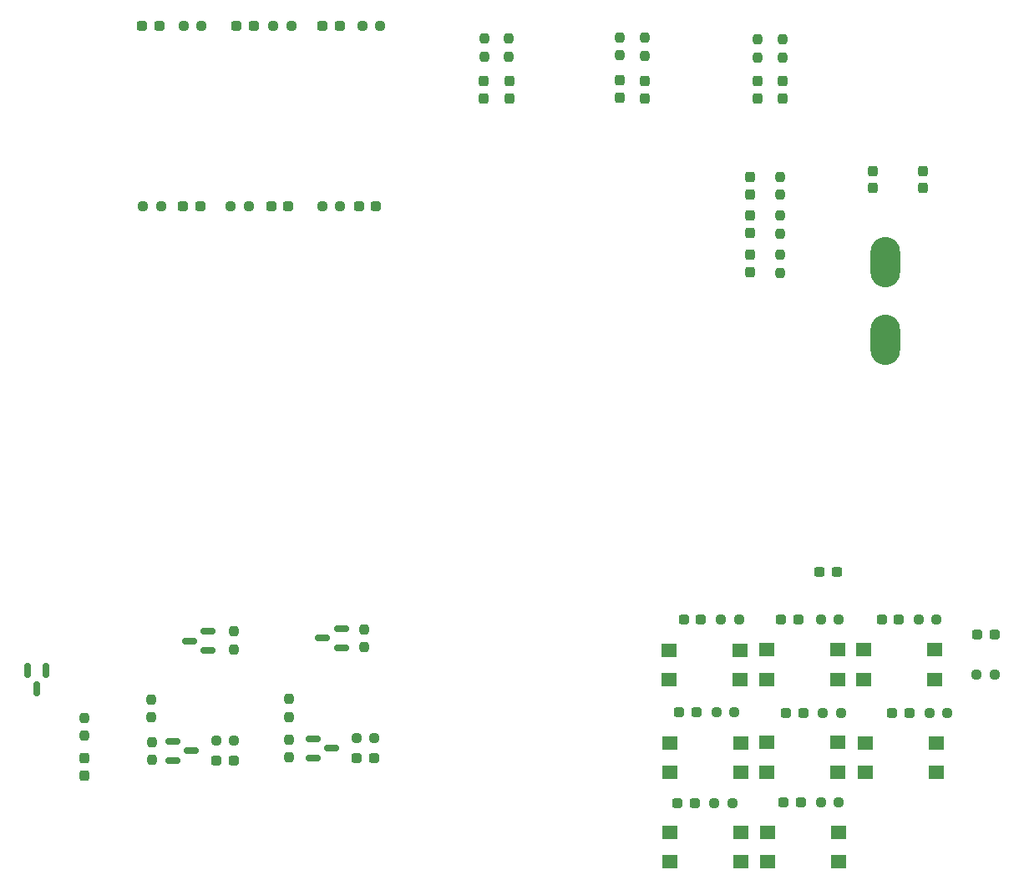
<source format=gbr>
%TF.GenerationSoftware,KiCad,Pcbnew,7.0.7*%
%TF.CreationDate,2023-11-08T18:52:27-06:00*%
%TF.ProjectId,Science_Actuation,53636965-6e63-4655-9f41-637475617469,rev?*%
%TF.SameCoordinates,Original*%
%TF.FileFunction,Paste,Top*%
%TF.FilePolarity,Positive*%
%FSLAX46Y46*%
G04 Gerber Fmt 4.6, Leading zero omitted, Abs format (unit mm)*
G04 Created by KiCad (PCBNEW 7.0.7) date 2023-11-08 18:52:27*
%MOMM*%
%LPD*%
G01*
G04 APERTURE LIST*
G04 Aperture macros list*
%AMRoundRect*
0 Rectangle with rounded corners*
0 $1 Rounding radius*
0 $2 $3 $4 $5 $6 $7 $8 $9 X,Y pos of 4 corners*
0 Add a 4 corners polygon primitive as box body*
4,1,4,$2,$3,$4,$5,$6,$7,$8,$9,$2,$3,0*
0 Add four circle primitives for the rounded corners*
1,1,$1+$1,$2,$3*
1,1,$1+$1,$4,$5*
1,1,$1+$1,$6,$7*
1,1,$1+$1,$8,$9*
0 Add four rect primitives between the rounded corners*
20,1,$1+$1,$2,$3,$4,$5,0*
20,1,$1+$1,$4,$5,$6,$7,0*
20,1,$1+$1,$6,$7,$8,$9,0*
20,1,$1+$1,$8,$9,$2,$3,0*%
G04 Aperture macros list end*
%ADD10RoundRect,0.237500X-0.237500X0.250000X-0.237500X-0.250000X0.237500X-0.250000X0.237500X0.250000X0*%
%ADD11RoundRect,0.237500X0.237500X-0.287500X0.237500X0.287500X-0.237500X0.287500X-0.237500X-0.287500X0*%
%ADD12RoundRect,0.237500X-0.287500X-0.237500X0.287500X-0.237500X0.287500X0.237500X-0.287500X0.237500X0*%
%ADD13R,1.600000X1.400000*%
%ADD14RoundRect,0.237500X-0.237500X0.300000X-0.237500X-0.300000X0.237500X-0.300000X0.237500X0.300000X0*%
%ADD15RoundRect,0.150000X-0.150000X0.587500X-0.150000X-0.587500X0.150000X-0.587500X0.150000X0.587500X0*%
%ADD16RoundRect,0.237500X-0.250000X-0.237500X0.250000X-0.237500X0.250000X0.237500X-0.250000X0.237500X0*%
%ADD17RoundRect,0.237500X0.250000X0.237500X-0.250000X0.237500X-0.250000X-0.237500X0.250000X-0.237500X0*%
%ADD18O,3.000000X5.100000*%
%ADD19RoundRect,0.237500X0.237500X-0.250000X0.237500X0.250000X-0.237500X0.250000X-0.237500X-0.250000X0*%
%ADD20RoundRect,0.237500X0.287500X0.237500X-0.287500X0.237500X-0.287500X-0.237500X0.287500X-0.237500X0*%
%ADD21RoundRect,0.237500X-0.237500X0.287500X-0.237500X-0.287500X0.237500X-0.287500X0.237500X0.287500X0*%
%ADD22RoundRect,0.150000X-0.587500X-0.150000X0.587500X-0.150000X0.587500X0.150000X-0.587500X0.150000X0*%
%ADD23RoundRect,0.237500X-0.300000X-0.237500X0.300000X-0.237500X0.300000X0.237500X-0.300000X0.237500X0*%
%ADD24RoundRect,0.150000X0.587500X0.150000X-0.587500X0.150000X-0.587500X-0.150000X0.587500X-0.150000X0*%
G04 APERTURE END LIST*
D10*
%TO.C,R32*%
X84727422Y-25861000D03*
X84727422Y-27686000D03*
%TD*%
D11*
%TO.C,D23*%
X96157422Y-31976000D03*
X96157422Y-30226000D03*
%TD*%
D12*
%TO.C,D21*%
X98825422Y-103420656D03*
X100575422Y-103420656D03*
%TD*%
%TO.C,D4*%
X52107500Y-24638000D03*
X53857500Y-24638000D03*
%TD*%
D13*
%TO.C,SW4*%
X87267422Y-97348656D03*
X94467422Y-97348656D03*
X87267422Y-100348656D03*
X94467422Y-100348656D03*
%TD*%
%TO.C,SW3*%
X106947422Y-87902656D03*
X114147422Y-87902656D03*
X106947422Y-90902656D03*
X114147422Y-90902656D03*
%TD*%
D14*
%TO.C,C4*%
X107841422Y-39370000D03*
X107841422Y-41095000D03*
%TD*%
D15*
%TO.C,Q1*%
X23114000Y-91884500D03*
X22164000Y-90009500D03*
X24064000Y-90009500D03*
%TD*%
D12*
%TO.C,D13*%
X118470766Y-86324000D03*
X120220766Y-86324000D03*
%TD*%
D11*
%TO.C,D12*%
X95395422Y-41702000D03*
X95395422Y-39952000D03*
%TD*%
D10*
%TO.C,R34*%
X70981422Y-25908000D03*
X70981422Y-27733000D03*
%TD*%
D16*
%TO.C,R2*%
X37991422Y-24638000D03*
X39816422Y-24638000D03*
%TD*%
D17*
%TO.C,R23*%
X104620700Y-94300656D03*
X102795700Y-94300656D03*
%TD*%
D18*
%TO.C,Conn1*%
X109157800Y-48641000D03*
X109157800Y-56515000D03*
%TD*%
D12*
%TO.C,D3*%
X43344500Y-24638000D03*
X45094500Y-24638000D03*
%TD*%
D11*
%TO.C,D27*%
X68441422Y-31976000D03*
X68441422Y-30226000D03*
%TD*%
%TO.C,D24*%
X98697422Y-31976000D03*
X98697422Y-30226000D03*
%TD*%
D17*
%TO.C,R17*%
X43134922Y-97155000D03*
X41309922Y-97155000D03*
%TD*%
%TO.C,R24*%
X115415700Y-94300656D03*
X113590700Y-94300656D03*
%TD*%
D19*
%TO.C,R13*%
X34831422Y-99083500D03*
X34831422Y-97258500D03*
%TD*%
D17*
%TO.C,R20*%
X102588422Y-84878656D03*
X104413422Y-84878656D03*
%TD*%
D19*
%TO.C,R10*%
X98443422Y-45700000D03*
X98443422Y-43875000D03*
%TD*%
%TO.C,R15*%
X98443422Y-49680500D03*
X98443422Y-47855500D03*
%TD*%
D16*
%TO.C,R16*%
X55533922Y-96901000D03*
X57358922Y-96901000D03*
%TD*%
%TO.C,R3*%
X47107500Y-24638000D03*
X48932500Y-24638000D03*
%TD*%
D13*
%TO.C,SW6*%
X107079422Y-97348656D03*
X114279422Y-97348656D03*
X107079422Y-100348656D03*
X114279422Y-100348656D03*
%TD*%
D14*
%TO.C,C3*%
X112921422Y-39370000D03*
X112921422Y-41095000D03*
%TD*%
D19*
%TO.C,R9*%
X43134922Y-87848250D03*
X43134922Y-86023250D03*
%TD*%
D12*
%TO.C,D18*%
X99060700Y-94300656D03*
X100810700Y-94300656D03*
%TD*%
D16*
%TO.C,R4*%
X56124500Y-24638000D03*
X57949500Y-24638000D03*
%TD*%
D19*
%TO.C,R33*%
X68471422Y-27733000D03*
X68471422Y-25908000D03*
%TD*%
D13*
%TO.C,SW1*%
X94379422Y-90950656D03*
X87179422Y-90950656D03*
X94379422Y-87950656D03*
X87179422Y-87950656D03*
%TD*%
D19*
%TO.C,R31*%
X82187422Y-27629500D03*
X82187422Y-25804500D03*
%TD*%
D17*
%TO.C,R5*%
X53889922Y-42926000D03*
X52064922Y-42926000D03*
%TD*%
D12*
%TO.C,D14*%
X88693422Y-84878656D03*
X90443422Y-84878656D03*
%TD*%
D20*
%TO.C,D7*%
X39722422Y-42926000D03*
X37972422Y-42926000D03*
%TD*%
D13*
%TO.C,SW8*%
X104413422Y-109420656D03*
X97213422Y-109420656D03*
X104413422Y-106420656D03*
X97213422Y-106420656D03*
%TD*%
D20*
%TO.C,D6*%
X48631422Y-42926000D03*
X46881422Y-42926000D03*
%TD*%
D12*
%TO.C,D19*%
X109827700Y-94300656D03*
X111577700Y-94300656D03*
%TD*%
D17*
%TO.C,R22*%
X93849200Y-94234000D03*
X92024200Y-94234000D03*
%TD*%
D13*
%TO.C,SW5*%
X97129422Y-97324656D03*
X104329422Y-97324656D03*
X97129422Y-100324656D03*
X104329422Y-100324656D03*
%TD*%
D11*
%TO.C,D9*%
X95395422Y-49629000D03*
X95395422Y-47879000D03*
%TD*%
D20*
%TO.C,D5*%
X57521422Y-42926000D03*
X55771422Y-42926000D03*
%TD*%
D12*
%TO.C,D15*%
X100321422Y-84878656D03*
X98571422Y-84878656D03*
%TD*%
D17*
%TO.C,R6*%
X44614422Y-42926000D03*
X42789422Y-42926000D03*
%TD*%
D11*
%TO.C,D8*%
X95395422Y-45625000D03*
X95395422Y-43875000D03*
%TD*%
D12*
%TO.C,D2*%
X33796000Y-24638000D03*
X35546000Y-24638000D03*
%TD*%
D17*
%TO.C,R21*%
X112494422Y-84878656D03*
X114319422Y-84878656D03*
%TD*%
D13*
%TO.C,SW7*%
X94507422Y-109420656D03*
X87307422Y-109420656D03*
X94507422Y-106420656D03*
X87307422Y-106420656D03*
%TD*%
D21*
%TO.C,D1*%
X27940000Y-100633500D03*
X27940000Y-98883500D03*
%TD*%
D22*
%TO.C,Q5*%
X36941922Y-97221000D03*
X36941922Y-99121000D03*
X38816922Y-98171000D03*
%TD*%
D11*
%TO.C,D25*%
X82187422Y-31919500D03*
X82187422Y-30169500D03*
%TD*%
%TO.C,D28*%
X71011422Y-31976000D03*
X71011422Y-30226000D03*
%TD*%
D19*
%TO.C,R11*%
X48722922Y-97004500D03*
X48722922Y-98829500D03*
%TD*%
%TO.C,R8*%
X56342922Y-87653500D03*
X56342922Y-85828500D03*
%TD*%
%TO.C,R12*%
X48722922Y-94728000D03*
X48722922Y-92903000D03*
%TD*%
D10*
%TO.C,R30*%
X98697422Y-26011500D03*
X98697422Y-27836500D03*
%TD*%
D12*
%TO.C,D10*%
X55571422Y-98933000D03*
X57321422Y-98933000D03*
%TD*%
D17*
%TO.C,R25*%
X93645422Y-103444656D03*
X91820422Y-103444656D03*
%TD*%
D23*
%TO.C,C2*%
X102464000Y-80020344D03*
X104189000Y-80020344D03*
%TD*%
D19*
%TO.C,R18*%
X98443422Y-41777000D03*
X98443422Y-39952000D03*
%TD*%
D17*
%TO.C,R26*%
X104413422Y-103420656D03*
X102588422Y-103420656D03*
%TD*%
D16*
%TO.C,R28*%
X118395766Y-90388000D03*
X120220766Y-90388000D03*
%TD*%
D12*
%TO.C,D20*%
X88057422Y-103444656D03*
X89807422Y-103444656D03*
%TD*%
D11*
%TO.C,D26*%
X84727422Y-31976000D03*
X84727422Y-30226000D03*
%TD*%
D17*
%TO.C,R7*%
X35705422Y-42926000D03*
X33880422Y-42926000D03*
%TD*%
D19*
%TO.C,R29*%
X96187422Y-27836500D03*
X96187422Y-26011500D03*
%TD*%
D24*
%TO.C,Q3*%
X40501422Y-87964250D03*
X40501422Y-86064250D03*
X38626422Y-87014250D03*
%TD*%
D19*
%TO.C,R1*%
X27940000Y-94819500D03*
X27940000Y-96644500D03*
%TD*%
D12*
%TO.C,D16*%
X110509422Y-84878656D03*
X108759422Y-84878656D03*
%TD*%
%TO.C,D11*%
X41347422Y-99187000D03*
X43097422Y-99187000D03*
%TD*%
D17*
%TO.C,R19*%
X94300422Y-84878656D03*
X92475422Y-84878656D03*
%TD*%
D19*
%TO.C,R14*%
X34752922Y-94765500D03*
X34752922Y-92940500D03*
%TD*%
D22*
%TO.C,Q4*%
X51165922Y-96967000D03*
X51165922Y-98867000D03*
X53040922Y-97917000D03*
%TD*%
D12*
%TO.C,D17*%
X88242200Y-94234000D03*
X89992200Y-94234000D03*
%TD*%
D24*
%TO.C,Q2*%
X53978422Y-87691000D03*
X53978422Y-85791000D03*
X52103422Y-86741000D03*
%TD*%
D13*
%TO.C,SW2*%
X97085422Y-87902656D03*
X104285422Y-87902656D03*
X97085422Y-90902656D03*
X104285422Y-90902656D03*
%TD*%
M02*

</source>
